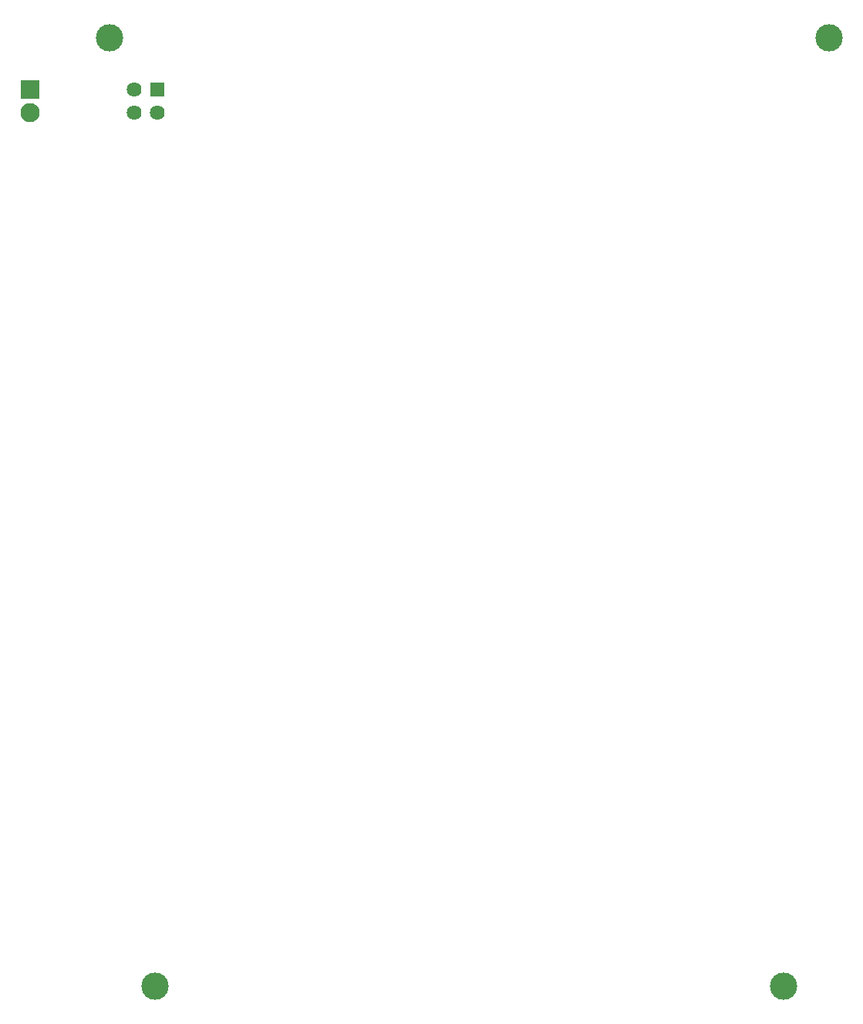
<source format=gbs>
G04 Layer: BottomSolderMaskLayer*
G04 EasyEDA v6.5.29, 2023-07-09 11:22:14*
G04 5cd97f88b86b4258a1a04743607231bc,5a6b42c53f6a479593ecc07194224c93,10*
G04 Gerber Generator version 0.2*
G04 Scale: 100 percent, Rotated: No, Reflected: No *
G04 Dimensions in millimeters *
G04 leading zeros omitted , absolute positions ,4 integer and 5 decimal *
%FSLAX45Y45*%
%MOMM*%

%AMMACRO1*1,1,$1,$2,$3*1,1,$1,$4,$5*1,1,$1,0-$2,0-$3*1,1,$1,0-$4,0-$5*20,1,$1,$2,$3,$4,$5,0*20,1,$1,$4,$5,0-$2,0-$3,0*20,1,$1,0-$2,0-$3,0-$4,0-$5,0*20,1,$1,0-$4,0-$5,$2,$3,0*4,1,4,$2,$3,$4,$5,0-$2,0-$3,0-$4,0-$5,$2,$3,0*%
%ADD10R,1.6256X1.6256*%
%ADD11C,1.6256*%
%ADD12MACRO1,0.1016X-1X1X-1X-1*%
%ADD13C,2.1016*%
%ADD14C,3.0000*%

%LPD*%
D10*
G01*
X1524000Y9652000D03*
D11*
G01*
X1270000Y9652000D03*
G01*
X1524000Y9398000D03*
G01*
X1270000Y9398000D03*
D12*
G01*
X127000Y9652000D03*
D13*
G01*
X127000Y9398000D03*
D14*
G01*
X999997Y10212678D03*
G01*
X8899974Y10212678D03*
G01*
X1499996Y-187268D03*
G01*
X8399975Y-187268D03*
M02*

</source>
